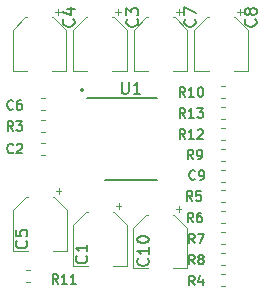
<source format=gto>
G04 #@! TF.GenerationSoftware,KiCad,Pcbnew,9.0.4*
G04 #@! TF.CreationDate,2025-11-10T08:14:31+01:00*
G04 #@! TF.ProjectId,CodecModule,436f6465-634d-46f6-9475-6c652e6b6963,rev?*
G04 #@! TF.SameCoordinates,Original*
G04 #@! TF.FileFunction,Legend,Top*
G04 #@! TF.FilePolarity,Positive*
%FSLAX46Y46*%
G04 Gerber Fmt 4.6, Leading zero omitted, Abs format (unit mm)*
G04 Created by KiCad (PCBNEW 9.0.4) date 2025-11-10 08:14:31*
%MOMM*%
%LPD*%
G01*
G04 APERTURE LIST*
%ADD10C,0.200000*%
%ADD11C,0.150000*%
%ADD12C,0.120000*%
G04 APERTURE END LIST*
D10*
X34163000Y-33147000D02*
G75*
G02*
X33909000Y-33147000I-127000J0D01*
G01*
X33909000Y-33147000D02*
G75*
G02*
X34163000Y-33147000I127000J0D01*
G01*
D11*
X28187667Y-36557295D02*
X27921000Y-36176342D01*
X27730524Y-36557295D02*
X27730524Y-35757295D01*
X27730524Y-35757295D02*
X28035286Y-35757295D01*
X28035286Y-35757295D02*
X28111476Y-35795390D01*
X28111476Y-35795390D02*
X28149571Y-35833485D01*
X28149571Y-35833485D02*
X28187667Y-35909676D01*
X28187667Y-35909676D02*
X28187667Y-36023961D01*
X28187667Y-36023961D02*
X28149571Y-36100152D01*
X28149571Y-36100152D02*
X28111476Y-36138247D01*
X28111476Y-36138247D02*
X28035286Y-36176342D01*
X28035286Y-36176342D02*
X27730524Y-36176342D01*
X28454333Y-35757295D02*
X28949571Y-35757295D01*
X28949571Y-35757295D02*
X28682905Y-36062057D01*
X28682905Y-36062057D02*
X28797190Y-36062057D01*
X28797190Y-36062057D02*
X28873381Y-36100152D01*
X28873381Y-36100152D02*
X28911476Y-36138247D01*
X28911476Y-36138247D02*
X28949571Y-36214438D01*
X28949571Y-36214438D02*
X28949571Y-36404914D01*
X28949571Y-36404914D02*
X28911476Y-36481104D01*
X28911476Y-36481104D02*
X28873381Y-36519200D01*
X28873381Y-36519200D02*
X28797190Y-36557295D01*
X28797190Y-36557295D02*
X28568619Y-36557295D01*
X28568619Y-36557295D02*
X28492428Y-36519200D01*
X28492428Y-36519200D02*
X28454333Y-36481104D01*
X28187667Y-38386104D02*
X28149571Y-38424200D01*
X28149571Y-38424200D02*
X28035286Y-38462295D01*
X28035286Y-38462295D02*
X27959095Y-38462295D01*
X27959095Y-38462295D02*
X27844809Y-38424200D01*
X27844809Y-38424200D02*
X27768619Y-38348009D01*
X27768619Y-38348009D02*
X27730524Y-38271819D01*
X27730524Y-38271819D02*
X27692428Y-38119438D01*
X27692428Y-38119438D02*
X27692428Y-38005152D01*
X27692428Y-38005152D02*
X27730524Y-37852771D01*
X27730524Y-37852771D02*
X27768619Y-37776580D01*
X27768619Y-37776580D02*
X27844809Y-37700390D01*
X27844809Y-37700390D02*
X27959095Y-37662295D01*
X27959095Y-37662295D02*
X28035286Y-37662295D01*
X28035286Y-37662295D02*
X28149571Y-37700390D01*
X28149571Y-37700390D02*
X28187667Y-37738485D01*
X28492428Y-37738485D02*
X28530524Y-37700390D01*
X28530524Y-37700390D02*
X28606714Y-37662295D01*
X28606714Y-37662295D02*
X28797190Y-37662295D01*
X28797190Y-37662295D02*
X28873381Y-37700390D01*
X28873381Y-37700390D02*
X28911476Y-37738485D01*
X28911476Y-37738485D02*
X28949571Y-37814676D01*
X28949571Y-37814676D02*
X28949571Y-37890866D01*
X28949571Y-37890866D02*
X28911476Y-38005152D01*
X28911476Y-38005152D02*
X28454333Y-38462295D01*
X28454333Y-38462295D02*
X28949571Y-38462295D01*
X34395580Y-47156666D02*
X34443200Y-47204285D01*
X34443200Y-47204285D02*
X34490819Y-47347142D01*
X34490819Y-47347142D02*
X34490819Y-47442380D01*
X34490819Y-47442380D02*
X34443200Y-47585237D01*
X34443200Y-47585237D02*
X34347961Y-47680475D01*
X34347961Y-47680475D02*
X34252723Y-47728094D01*
X34252723Y-47728094D02*
X34062247Y-47775713D01*
X34062247Y-47775713D02*
X33919390Y-47775713D01*
X33919390Y-47775713D02*
X33728914Y-47728094D01*
X33728914Y-47728094D02*
X33633676Y-47680475D01*
X33633676Y-47680475D02*
X33538438Y-47585237D01*
X33538438Y-47585237D02*
X33490819Y-47442380D01*
X33490819Y-47442380D02*
X33490819Y-47347142D01*
X33490819Y-47347142D02*
X33538438Y-47204285D01*
X33538438Y-47204285D02*
X33586057Y-47156666D01*
X34490819Y-46204285D02*
X34490819Y-46775713D01*
X34490819Y-46489999D02*
X33490819Y-46489999D01*
X33490819Y-46489999D02*
X33633676Y-46585237D01*
X33633676Y-46585237D02*
X33728914Y-46680475D01*
X33728914Y-46680475D02*
X33776533Y-46775713D01*
X37397095Y-32427819D02*
X37397095Y-33237342D01*
X37397095Y-33237342D02*
X37444714Y-33332580D01*
X37444714Y-33332580D02*
X37492333Y-33380200D01*
X37492333Y-33380200D02*
X37587571Y-33427819D01*
X37587571Y-33427819D02*
X37778047Y-33427819D01*
X37778047Y-33427819D02*
X37873285Y-33380200D01*
X37873285Y-33380200D02*
X37920904Y-33332580D01*
X37920904Y-33332580D02*
X37968523Y-33237342D01*
X37968523Y-33237342D02*
X37968523Y-32427819D01*
X38968523Y-33427819D02*
X38397095Y-33427819D01*
X38682809Y-33427819D02*
X38682809Y-32427819D01*
X38682809Y-32427819D02*
X38587571Y-32570676D01*
X38587571Y-32570676D02*
X38492333Y-32665914D01*
X38492333Y-32665914D02*
X38397095Y-32713533D01*
X39602580Y-47378857D02*
X39650200Y-47426476D01*
X39650200Y-47426476D02*
X39697819Y-47569333D01*
X39697819Y-47569333D02*
X39697819Y-47664571D01*
X39697819Y-47664571D02*
X39650200Y-47807428D01*
X39650200Y-47807428D02*
X39554961Y-47902666D01*
X39554961Y-47902666D02*
X39459723Y-47950285D01*
X39459723Y-47950285D02*
X39269247Y-47997904D01*
X39269247Y-47997904D02*
X39126390Y-47997904D01*
X39126390Y-47997904D02*
X38935914Y-47950285D01*
X38935914Y-47950285D02*
X38840676Y-47902666D01*
X38840676Y-47902666D02*
X38745438Y-47807428D01*
X38745438Y-47807428D02*
X38697819Y-47664571D01*
X38697819Y-47664571D02*
X38697819Y-47569333D01*
X38697819Y-47569333D02*
X38745438Y-47426476D01*
X38745438Y-47426476D02*
X38793057Y-47378857D01*
X39697819Y-46426476D02*
X39697819Y-46997904D01*
X39697819Y-46712190D02*
X38697819Y-46712190D01*
X38697819Y-46712190D02*
X38840676Y-46807428D01*
X38840676Y-46807428D02*
X38935914Y-46902666D01*
X38935914Y-46902666D02*
X38983533Y-46997904D01*
X38697819Y-45807428D02*
X38697819Y-45712190D01*
X38697819Y-45712190D02*
X38745438Y-45616952D01*
X38745438Y-45616952D02*
X38793057Y-45569333D01*
X38793057Y-45569333D02*
X38888295Y-45521714D01*
X38888295Y-45521714D02*
X39078771Y-45474095D01*
X39078771Y-45474095D02*
X39316866Y-45474095D01*
X39316866Y-45474095D02*
X39507342Y-45521714D01*
X39507342Y-45521714D02*
X39602580Y-45569333D01*
X39602580Y-45569333D02*
X39650200Y-45616952D01*
X39650200Y-45616952D02*
X39697819Y-45712190D01*
X39697819Y-45712190D02*
X39697819Y-45807428D01*
X39697819Y-45807428D02*
X39650200Y-45902666D01*
X39650200Y-45902666D02*
X39602580Y-45950285D01*
X39602580Y-45950285D02*
X39507342Y-45997904D01*
X39507342Y-45997904D02*
X39316866Y-46045523D01*
X39316866Y-46045523D02*
X39078771Y-46045523D01*
X39078771Y-46045523D02*
X38888295Y-45997904D01*
X38888295Y-45997904D02*
X38793057Y-45950285D01*
X38793057Y-45950285D02*
X38745438Y-45902666D01*
X38745438Y-45902666D02*
X38697819Y-45807428D01*
X28187667Y-34703104D02*
X28149571Y-34741200D01*
X28149571Y-34741200D02*
X28035286Y-34779295D01*
X28035286Y-34779295D02*
X27959095Y-34779295D01*
X27959095Y-34779295D02*
X27844809Y-34741200D01*
X27844809Y-34741200D02*
X27768619Y-34665009D01*
X27768619Y-34665009D02*
X27730524Y-34588819D01*
X27730524Y-34588819D02*
X27692428Y-34436438D01*
X27692428Y-34436438D02*
X27692428Y-34322152D01*
X27692428Y-34322152D02*
X27730524Y-34169771D01*
X27730524Y-34169771D02*
X27768619Y-34093580D01*
X27768619Y-34093580D02*
X27844809Y-34017390D01*
X27844809Y-34017390D02*
X27959095Y-33979295D01*
X27959095Y-33979295D02*
X28035286Y-33979295D01*
X28035286Y-33979295D02*
X28149571Y-34017390D01*
X28149571Y-34017390D02*
X28187667Y-34055485D01*
X28873381Y-33979295D02*
X28721000Y-33979295D01*
X28721000Y-33979295D02*
X28644809Y-34017390D01*
X28644809Y-34017390D02*
X28606714Y-34055485D01*
X28606714Y-34055485D02*
X28530524Y-34169771D01*
X28530524Y-34169771D02*
X28492428Y-34322152D01*
X28492428Y-34322152D02*
X28492428Y-34626914D01*
X28492428Y-34626914D02*
X28530524Y-34703104D01*
X28530524Y-34703104D02*
X28568619Y-34741200D01*
X28568619Y-34741200D02*
X28644809Y-34779295D01*
X28644809Y-34779295D02*
X28797190Y-34779295D01*
X28797190Y-34779295D02*
X28873381Y-34741200D01*
X28873381Y-34741200D02*
X28911476Y-34703104D01*
X28911476Y-34703104D02*
X28949571Y-34626914D01*
X28949571Y-34626914D02*
X28949571Y-34436438D01*
X28949571Y-34436438D02*
X28911476Y-34360247D01*
X28911476Y-34360247D02*
X28873381Y-34322152D01*
X28873381Y-34322152D02*
X28797190Y-34284057D01*
X28797190Y-34284057D02*
X28644809Y-34284057D01*
X28644809Y-34284057D02*
X28568619Y-34322152D01*
X28568619Y-34322152D02*
X28530524Y-34360247D01*
X28530524Y-34360247D02*
X28492428Y-34436438D01*
X29315580Y-45886666D02*
X29363200Y-45934285D01*
X29363200Y-45934285D02*
X29410819Y-46077142D01*
X29410819Y-46077142D02*
X29410819Y-46172380D01*
X29410819Y-46172380D02*
X29363200Y-46315237D01*
X29363200Y-46315237D02*
X29267961Y-46410475D01*
X29267961Y-46410475D02*
X29172723Y-46458094D01*
X29172723Y-46458094D02*
X28982247Y-46505713D01*
X28982247Y-46505713D02*
X28839390Y-46505713D01*
X28839390Y-46505713D02*
X28648914Y-46458094D01*
X28648914Y-46458094D02*
X28553676Y-46410475D01*
X28553676Y-46410475D02*
X28458438Y-46315237D01*
X28458438Y-46315237D02*
X28410819Y-46172380D01*
X28410819Y-46172380D02*
X28410819Y-46077142D01*
X28410819Y-46077142D02*
X28458438Y-45934285D01*
X28458438Y-45934285D02*
X28506057Y-45886666D01*
X28410819Y-44981904D02*
X28410819Y-45458094D01*
X28410819Y-45458094D02*
X28887009Y-45505713D01*
X28887009Y-45505713D02*
X28839390Y-45458094D01*
X28839390Y-45458094D02*
X28791771Y-45362856D01*
X28791771Y-45362856D02*
X28791771Y-45124761D01*
X28791771Y-45124761D02*
X28839390Y-45029523D01*
X28839390Y-45029523D02*
X28887009Y-44981904D01*
X28887009Y-44981904D02*
X28982247Y-44934285D01*
X28982247Y-44934285D02*
X29220342Y-44934285D01*
X29220342Y-44934285D02*
X29315580Y-44981904D01*
X29315580Y-44981904D02*
X29363200Y-45029523D01*
X29363200Y-45029523D02*
X29410819Y-45124761D01*
X29410819Y-45124761D02*
X29410819Y-45362856D01*
X29410819Y-45362856D02*
X29363200Y-45458094D01*
X29363200Y-45458094D02*
X29315580Y-45505713D01*
X31997714Y-49511295D02*
X31731047Y-49130342D01*
X31540571Y-49511295D02*
X31540571Y-48711295D01*
X31540571Y-48711295D02*
X31845333Y-48711295D01*
X31845333Y-48711295D02*
X31921523Y-48749390D01*
X31921523Y-48749390D02*
X31959618Y-48787485D01*
X31959618Y-48787485D02*
X31997714Y-48863676D01*
X31997714Y-48863676D02*
X31997714Y-48977961D01*
X31997714Y-48977961D02*
X31959618Y-49054152D01*
X31959618Y-49054152D02*
X31921523Y-49092247D01*
X31921523Y-49092247D02*
X31845333Y-49130342D01*
X31845333Y-49130342D02*
X31540571Y-49130342D01*
X32759618Y-49511295D02*
X32302475Y-49511295D01*
X32531047Y-49511295D02*
X32531047Y-48711295D01*
X32531047Y-48711295D02*
X32454856Y-48825580D01*
X32454856Y-48825580D02*
X32378666Y-48901771D01*
X32378666Y-48901771D02*
X32302475Y-48939866D01*
X33521523Y-49511295D02*
X33064380Y-49511295D01*
X33292952Y-49511295D02*
X33292952Y-48711295D01*
X33292952Y-48711295D02*
X33216761Y-48825580D01*
X33216761Y-48825580D02*
X33140571Y-48901771D01*
X33140571Y-48901771D02*
X33064380Y-48939866D01*
X43377667Y-42471295D02*
X43111000Y-42090342D01*
X42920524Y-42471295D02*
X42920524Y-41671295D01*
X42920524Y-41671295D02*
X43225286Y-41671295D01*
X43225286Y-41671295D02*
X43301476Y-41709390D01*
X43301476Y-41709390D02*
X43339571Y-41747485D01*
X43339571Y-41747485D02*
X43377667Y-41823676D01*
X43377667Y-41823676D02*
X43377667Y-41937961D01*
X43377667Y-41937961D02*
X43339571Y-42014152D01*
X43339571Y-42014152D02*
X43301476Y-42052247D01*
X43301476Y-42052247D02*
X43225286Y-42090342D01*
X43225286Y-42090342D02*
X42920524Y-42090342D01*
X44101476Y-41671295D02*
X43720524Y-41671295D01*
X43720524Y-41671295D02*
X43682428Y-42052247D01*
X43682428Y-42052247D02*
X43720524Y-42014152D01*
X43720524Y-42014152D02*
X43796714Y-41976057D01*
X43796714Y-41976057D02*
X43987190Y-41976057D01*
X43987190Y-41976057D02*
X44063381Y-42014152D01*
X44063381Y-42014152D02*
X44101476Y-42052247D01*
X44101476Y-42052247D02*
X44139571Y-42128438D01*
X44139571Y-42128438D02*
X44139571Y-42318914D01*
X44139571Y-42318914D02*
X44101476Y-42395104D01*
X44101476Y-42395104D02*
X44063381Y-42433200D01*
X44063381Y-42433200D02*
X43987190Y-42471295D01*
X43987190Y-42471295D02*
X43796714Y-42471295D01*
X43796714Y-42471295D02*
X43720524Y-42433200D01*
X43720524Y-42433200D02*
X43682428Y-42395104D01*
X43427667Y-44304295D02*
X43161000Y-43923342D01*
X42970524Y-44304295D02*
X42970524Y-43504295D01*
X42970524Y-43504295D02*
X43275286Y-43504295D01*
X43275286Y-43504295D02*
X43351476Y-43542390D01*
X43351476Y-43542390D02*
X43389571Y-43580485D01*
X43389571Y-43580485D02*
X43427667Y-43656676D01*
X43427667Y-43656676D02*
X43427667Y-43770961D01*
X43427667Y-43770961D02*
X43389571Y-43847152D01*
X43389571Y-43847152D02*
X43351476Y-43885247D01*
X43351476Y-43885247D02*
X43275286Y-43923342D01*
X43275286Y-43923342D02*
X42970524Y-43923342D01*
X44113381Y-43504295D02*
X43961000Y-43504295D01*
X43961000Y-43504295D02*
X43884809Y-43542390D01*
X43884809Y-43542390D02*
X43846714Y-43580485D01*
X43846714Y-43580485D02*
X43770524Y-43694771D01*
X43770524Y-43694771D02*
X43732428Y-43847152D01*
X43732428Y-43847152D02*
X43732428Y-44151914D01*
X43732428Y-44151914D02*
X43770524Y-44228104D01*
X43770524Y-44228104D02*
X43808619Y-44266200D01*
X43808619Y-44266200D02*
X43884809Y-44304295D01*
X43884809Y-44304295D02*
X44037190Y-44304295D01*
X44037190Y-44304295D02*
X44113381Y-44266200D01*
X44113381Y-44266200D02*
X44151476Y-44228104D01*
X44151476Y-44228104D02*
X44189571Y-44151914D01*
X44189571Y-44151914D02*
X44189571Y-43961438D01*
X44189571Y-43961438D02*
X44151476Y-43885247D01*
X44151476Y-43885247D02*
X44113381Y-43847152D01*
X44113381Y-43847152D02*
X44037190Y-43809057D01*
X44037190Y-43809057D02*
X43884809Y-43809057D01*
X43884809Y-43809057D02*
X43808619Y-43847152D01*
X43808619Y-43847152D02*
X43770524Y-43885247D01*
X43770524Y-43885247D02*
X43732428Y-43961438D01*
X43554667Y-46082295D02*
X43288000Y-45701342D01*
X43097524Y-46082295D02*
X43097524Y-45282295D01*
X43097524Y-45282295D02*
X43402286Y-45282295D01*
X43402286Y-45282295D02*
X43478476Y-45320390D01*
X43478476Y-45320390D02*
X43516571Y-45358485D01*
X43516571Y-45358485D02*
X43554667Y-45434676D01*
X43554667Y-45434676D02*
X43554667Y-45548961D01*
X43554667Y-45548961D02*
X43516571Y-45625152D01*
X43516571Y-45625152D02*
X43478476Y-45663247D01*
X43478476Y-45663247D02*
X43402286Y-45701342D01*
X43402286Y-45701342D02*
X43097524Y-45701342D01*
X43821333Y-45282295D02*
X44354667Y-45282295D01*
X44354667Y-45282295D02*
X44011809Y-46082295D01*
X43554667Y-47860295D02*
X43288000Y-47479342D01*
X43097524Y-47860295D02*
X43097524Y-47060295D01*
X43097524Y-47060295D02*
X43402286Y-47060295D01*
X43402286Y-47060295D02*
X43478476Y-47098390D01*
X43478476Y-47098390D02*
X43516571Y-47136485D01*
X43516571Y-47136485D02*
X43554667Y-47212676D01*
X43554667Y-47212676D02*
X43554667Y-47326961D01*
X43554667Y-47326961D02*
X43516571Y-47403152D01*
X43516571Y-47403152D02*
X43478476Y-47441247D01*
X43478476Y-47441247D02*
X43402286Y-47479342D01*
X43402286Y-47479342D02*
X43097524Y-47479342D01*
X44011809Y-47403152D02*
X43935619Y-47365057D01*
X43935619Y-47365057D02*
X43897524Y-47326961D01*
X43897524Y-47326961D02*
X43859428Y-47250771D01*
X43859428Y-47250771D02*
X43859428Y-47212676D01*
X43859428Y-47212676D02*
X43897524Y-47136485D01*
X43897524Y-47136485D02*
X43935619Y-47098390D01*
X43935619Y-47098390D02*
X44011809Y-47060295D01*
X44011809Y-47060295D02*
X44164190Y-47060295D01*
X44164190Y-47060295D02*
X44240381Y-47098390D01*
X44240381Y-47098390D02*
X44278476Y-47136485D01*
X44278476Y-47136485D02*
X44316571Y-47212676D01*
X44316571Y-47212676D02*
X44316571Y-47250771D01*
X44316571Y-47250771D02*
X44278476Y-47326961D01*
X44278476Y-47326961D02*
X44240381Y-47365057D01*
X44240381Y-47365057D02*
X44164190Y-47403152D01*
X44164190Y-47403152D02*
X44011809Y-47403152D01*
X44011809Y-47403152D02*
X43935619Y-47441247D01*
X43935619Y-47441247D02*
X43897524Y-47479342D01*
X43897524Y-47479342D02*
X43859428Y-47555533D01*
X43859428Y-47555533D02*
X43859428Y-47707914D01*
X43859428Y-47707914D02*
X43897524Y-47784104D01*
X43897524Y-47784104D02*
X43935619Y-47822200D01*
X43935619Y-47822200D02*
X44011809Y-47860295D01*
X44011809Y-47860295D02*
X44164190Y-47860295D01*
X44164190Y-47860295D02*
X44240381Y-47822200D01*
X44240381Y-47822200D02*
X44278476Y-47784104D01*
X44278476Y-47784104D02*
X44316571Y-47707914D01*
X44316571Y-47707914D02*
X44316571Y-47555533D01*
X44316571Y-47555533D02*
X44278476Y-47479342D01*
X44278476Y-47479342D02*
X44240381Y-47441247D01*
X44240381Y-47441247D02*
X44164190Y-47403152D01*
X43554667Y-49638295D02*
X43288000Y-49257342D01*
X43097524Y-49638295D02*
X43097524Y-48838295D01*
X43097524Y-48838295D02*
X43402286Y-48838295D01*
X43402286Y-48838295D02*
X43478476Y-48876390D01*
X43478476Y-48876390D02*
X43516571Y-48914485D01*
X43516571Y-48914485D02*
X43554667Y-48990676D01*
X43554667Y-48990676D02*
X43554667Y-49104961D01*
X43554667Y-49104961D02*
X43516571Y-49181152D01*
X43516571Y-49181152D02*
X43478476Y-49219247D01*
X43478476Y-49219247D02*
X43402286Y-49257342D01*
X43402286Y-49257342D02*
X43097524Y-49257342D01*
X44240381Y-49104961D02*
X44240381Y-49638295D01*
X44049905Y-48800200D02*
X43859428Y-49371628D01*
X43859428Y-49371628D02*
X44354667Y-49371628D01*
X43427667Y-38970295D02*
X43161000Y-38589342D01*
X42970524Y-38970295D02*
X42970524Y-38170295D01*
X42970524Y-38170295D02*
X43275286Y-38170295D01*
X43275286Y-38170295D02*
X43351476Y-38208390D01*
X43351476Y-38208390D02*
X43389571Y-38246485D01*
X43389571Y-38246485D02*
X43427667Y-38322676D01*
X43427667Y-38322676D02*
X43427667Y-38436961D01*
X43427667Y-38436961D02*
X43389571Y-38513152D01*
X43389571Y-38513152D02*
X43351476Y-38551247D01*
X43351476Y-38551247D02*
X43275286Y-38589342D01*
X43275286Y-38589342D02*
X42970524Y-38589342D01*
X43808619Y-38970295D02*
X43961000Y-38970295D01*
X43961000Y-38970295D02*
X44037190Y-38932200D01*
X44037190Y-38932200D02*
X44075286Y-38894104D01*
X44075286Y-38894104D02*
X44151476Y-38779819D01*
X44151476Y-38779819D02*
X44189571Y-38627438D01*
X44189571Y-38627438D02*
X44189571Y-38322676D01*
X44189571Y-38322676D02*
X44151476Y-38246485D01*
X44151476Y-38246485D02*
X44113381Y-38208390D01*
X44113381Y-38208390D02*
X44037190Y-38170295D01*
X44037190Y-38170295D02*
X43884809Y-38170295D01*
X43884809Y-38170295D02*
X43808619Y-38208390D01*
X43808619Y-38208390D02*
X43770524Y-38246485D01*
X43770524Y-38246485D02*
X43732428Y-38322676D01*
X43732428Y-38322676D02*
X43732428Y-38513152D01*
X43732428Y-38513152D02*
X43770524Y-38589342D01*
X43770524Y-38589342D02*
X43808619Y-38627438D01*
X43808619Y-38627438D02*
X43884809Y-38665533D01*
X43884809Y-38665533D02*
X44037190Y-38665533D01*
X44037190Y-38665533D02*
X44113381Y-38627438D01*
X44113381Y-38627438D02*
X44151476Y-38589342D01*
X44151476Y-38589342D02*
X44189571Y-38513152D01*
X42753714Y-37228295D02*
X42487047Y-36847342D01*
X42296571Y-37228295D02*
X42296571Y-36428295D01*
X42296571Y-36428295D02*
X42601333Y-36428295D01*
X42601333Y-36428295D02*
X42677523Y-36466390D01*
X42677523Y-36466390D02*
X42715618Y-36504485D01*
X42715618Y-36504485D02*
X42753714Y-36580676D01*
X42753714Y-36580676D02*
X42753714Y-36694961D01*
X42753714Y-36694961D02*
X42715618Y-36771152D01*
X42715618Y-36771152D02*
X42677523Y-36809247D01*
X42677523Y-36809247D02*
X42601333Y-36847342D01*
X42601333Y-36847342D02*
X42296571Y-36847342D01*
X43515618Y-37228295D02*
X43058475Y-37228295D01*
X43287047Y-37228295D02*
X43287047Y-36428295D01*
X43287047Y-36428295D02*
X43210856Y-36542580D01*
X43210856Y-36542580D02*
X43134666Y-36618771D01*
X43134666Y-36618771D02*
X43058475Y-36656866D01*
X43820380Y-36504485D02*
X43858476Y-36466390D01*
X43858476Y-36466390D02*
X43934666Y-36428295D01*
X43934666Y-36428295D02*
X44125142Y-36428295D01*
X44125142Y-36428295D02*
X44201333Y-36466390D01*
X44201333Y-36466390D02*
X44239428Y-36504485D01*
X44239428Y-36504485D02*
X44277523Y-36580676D01*
X44277523Y-36580676D02*
X44277523Y-36656866D01*
X44277523Y-36656866D02*
X44239428Y-36771152D01*
X44239428Y-36771152D02*
X43782285Y-37228295D01*
X43782285Y-37228295D02*
X44277523Y-37228295D01*
X42753714Y-35450295D02*
X42487047Y-35069342D01*
X42296571Y-35450295D02*
X42296571Y-34650295D01*
X42296571Y-34650295D02*
X42601333Y-34650295D01*
X42601333Y-34650295D02*
X42677523Y-34688390D01*
X42677523Y-34688390D02*
X42715618Y-34726485D01*
X42715618Y-34726485D02*
X42753714Y-34802676D01*
X42753714Y-34802676D02*
X42753714Y-34916961D01*
X42753714Y-34916961D02*
X42715618Y-34993152D01*
X42715618Y-34993152D02*
X42677523Y-35031247D01*
X42677523Y-35031247D02*
X42601333Y-35069342D01*
X42601333Y-35069342D02*
X42296571Y-35069342D01*
X43515618Y-35450295D02*
X43058475Y-35450295D01*
X43287047Y-35450295D02*
X43287047Y-34650295D01*
X43287047Y-34650295D02*
X43210856Y-34764580D01*
X43210856Y-34764580D02*
X43134666Y-34840771D01*
X43134666Y-34840771D02*
X43058475Y-34878866D01*
X43782285Y-34650295D02*
X44277523Y-34650295D01*
X44277523Y-34650295D02*
X44010857Y-34955057D01*
X44010857Y-34955057D02*
X44125142Y-34955057D01*
X44125142Y-34955057D02*
X44201333Y-34993152D01*
X44201333Y-34993152D02*
X44239428Y-35031247D01*
X44239428Y-35031247D02*
X44277523Y-35107438D01*
X44277523Y-35107438D02*
X44277523Y-35297914D01*
X44277523Y-35297914D02*
X44239428Y-35374104D01*
X44239428Y-35374104D02*
X44201333Y-35412200D01*
X44201333Y-35412200D02*
X44125142Y-35450295D01*
X44125142Y-35450295D02*
X43896571Y-35450295D01*
X43896571Y-35450295D02*
X43820380Y-35412200D01*
X43820380Y-35412200D02*
X43782285Y-35374104D01*
X42753714Y-33672295D02*
X42487047Y-33291342D01*
X42296571Y-33672295D02*
X42296571Y-32872295D01*
X42296571Y-32872295D02*
X42601333Y-32872295D01*
X42601333Y-32872295D02*
X42677523Y-32910390D01*
X42677523Y-32910390D02*
X42715618Y-32948485D01*
X42715618Y-32948485D02*
X42753714Y-33024676D01*
X42753714Y-33024676D02*
X42753714Y-33138961D01*
X42753714Y-33138961D02*
X42715618Y-33215152D01*
X42715618Y-33215152D02*
X42677523Y-33253247D01*
X42677523Y-33253247D02*
X42601333Y-33291342D01*
X42601333Y-33291342D02*
X42296571Y-33291342D01*
X43515618Y-33672295D02*
X43058475Y-33672295D01*
X43287047Y-33672295D02*
X43287047Y-32872295D01*
X43287047Y-32872295D02*
X43210856Y-32986580D01*
X43210856Y-32986580D02*
X43134666Y-33062771D01*
X43134666Y-33062771D02*
X43058475Y-33100866D01*
X44010857Y-32872295D02*
X44087047Y-32872295D01*
X44087047Y-32872295D02*
X44163238Y-32910390D01*
X44163238Y-32910390D02*
X44201333Y-32948485D01*
X44201333Y-32948485D02*
X44239428Y-33024676D01*
X44239428Y-33024676D02*
X44277523Y-33177057D01*
X44277523Y-33177057D02*
X44277523Y-33367533D01*
X44277523Y-33367533D02*
X44239428Y-33519914D01*
X44239428Y-33519914D02*
X44201333Y-33596104D01*
X44201333Y-33596104D02*
X44163238Y-33634200D01*
X44163238Y-33634200D02*
X44087047Y-33672295D01*
X44087047Y-33672295D02*
X44010857Y-33672295D01*
X44010857Y-33672295D02*
X43934666Y-33634200D01*
X43934666Y-33634200D02*
X43896571Y-33596104D01*
X43896571Y-33596104D02*
X43858476Y-33519914D01*
X43858476Y-33519914D02*
X43820380Y-33367533D01*
X43820380Y-33367533D02*
X43820380Y-33177057D01*
X43820380Y-33177057D02*
X43858476Y-33024676D01*
X43858476Y-33024676D02*
X43896571Y-32948485D01*
X43896571Y-32948485D02*
X43934666Y-32910390D01*
X43934666Y-32910390D02*
X44010857Y-32872295D01*
X43572912Y-27126666D02*
X43620532Y-27174285D01*
X43620532Y-27174285D02*
X43668151Y-27317142D01*
X43668151Y-27317142D02*
X43668151Y-27412380D01*
X43668151Y-27412380D02*
X43620532Y-27555237D01*
X43620532Y-27555237D02*
X43525293Y-27650475D01*
X43525293Y-27650475D02*
X43430055Y-27698094D01*
X43430055Y-27698094D02*
X43239579Y-27745713D01*
X43239579Y-27745713D02*
X43096722Y-27745713D01*
X43096722Y-27745713D02*
X42906246Y-27698094D01*
X42906246Y-27698094D02*
X42811008Y-27650475D01*
X42811008Y-27650475D02*
X42715770Y-27555237D01*
X42715770Y-27555237D02*
X42668151Y-27412380D01*
X42668151Y-27412380D02*
X42668151Y-27317142D01*
X42668151Y-27317142D02*
X42715770Y-27174285D01*
X42715770Y-27174285D02*
X42763389Y-27126666D01*
X42668151Y-26793332D02*
X42668151Y-26126666D01*
X42668151Y-26126666D02*
X43668151Y-26555237D01*
X48707580Y-27126666D02*
X48755200Y-27174285D01*
X48755200Y-27174285D02*
X48802819Y-27317142D01*
X48802819Y-27317142D02*
X48802819Y-27412380D01*
X48802819Y-27412380D02*
X48755200Y-27555237D01*
X48755200Y-27555237D02*
X48659961Y-27650475D01*
X48659961Y-27650475D02*
X48564723Y-27698094D01*
X48564723Y-27698094D02*
X48374247Y-27745713D01*
X48374247Y-27745713D02*
X48231390Y-27745713D01*
X48231390Y-27745713D02*
X48040914Y-27698094D01*
X48040914Y-27698094D02*
X47945676Y-27650475D01*
X47945676Y-27650475D02*
X47850438Y-27555237D01*
X47850438Y-27555237D02*
X47802819Y-27412380D01*
X47802819Y-27412380D02*
X47802819Y-27317142D01*
X47802819Y-27317142D02*
X47850438Y-27174285D01*
X47850438Y-27174285D02*
X47898057Y-27126666D01*
X48231390Y-26555237D02*
X48183771Y-26650475D01*
X48183771Y-26650475D02*
X48136152Y-26698094D01*
X48136152Y-26698094D02*
X48040914Y-26745713D01*
X48040914Y-26745713D02*
X47993295Y-26745713D01*
X47993295Y-26745713D02*
X47898057Y-26698094D01*
X47898057Y-26698094D02*
X47850438Y-26650475D01*
X47850438Y-26650475D02*
X47802819Y-26555237D01*
X47802819Y-26555237D02*
X47802819Y-26364761D01*
X47802819Y-26364761D02*
X47850438Y-26269523D01*
X47850438Y-26269523D02*
X47898057Y-26221904D01*
X47898057Y-26221904D02*
X47993295Y-26174285D01*
X47993295Y-26174285D02*
X48040914Y-26174285D01*
X48040914Y-26174285D02*
X48136152Y-26221904D01*
X48136152Y-26221904D02*
X48183771Y-26269523D01*
X48183771Y-26269523D02*
X48231390Y-26364761D01*
X48231390Y-26364761D02*
X48231390Y-26555237D01*
X48231390Y-26555237D02*
X48279009Y-26650475D01*
X48279009Y-26650475D02*
X48326628Y-26698094D01*
X48326628Y-26698094D02*
X48421866Y-26745713D01*
X48421866Y-26745713D02*
X48612342Y-26745713D01*
X48612342Y-26745713D02*
X48707580Y-26698094D01*
X48707580Y-26698094D02*
X48755200Y-26650475D01*
X48755200Y-26650475D02*
X48802819Y-26555237D01*
X48802819Y-26555237D02*
X48802819Y-26364761D01*
X48802819Y-26364761D02*
X48755200Y-26269523D01*
X48755200Y-26269523D02*
X48707580Y-26221904D01*
X48707580Y-26221904D02*
X48612342Y-26174285D01*
X48612342Y-26174285D02*
X48421866Y-26174285D01*
X48421866Y-26174285D02*
X48326628Y-26221904D01*
X48326628Y-26221904D02*
X48279009Y-26269523D01*
X48279009Y-26269523D02*
X48231390Y-26364761D01*
X33303580Y-27126666D02*
X33351200Y-27174285D01*
X33351200Y-27174285D02*
X33398819Y-27317142D01*
X33398819Y-27317142D02*
X33398819Y-27412380D01*
X33398819Y-27412380D02*
X33351200Y-27555237D01*
X33351200Y-27555237D02*
X33255961Y-27650475D01*
X33255961Y-27650475D02*
X33160723Y-27698094D01*
X33160723Y-27698094D02*
X32970247Y-27745713D01*
X32970247Y-27745713D02*
X32827390Y-27745713D01*
X32827390Y-27745713D02*
X32636914Y-27698094D01*
X32636914Y-27698094D02*
X32541676Y-27650475D01*
X32541676Y-27650475D02*
X32446438Y-27555237D01*
X32446438Y-27555237D02*
X32398819Y-27412380D01*
X32398819Y-27412380D02*
X32398819Y-27317142D01*
X32398819Y-27317142D02*
X32446438Y-27174285D01*
X32446438Y-27174285D02*
X32494057Y-27126666D01*
X32732152Y-26269523D02*
X33398819Y-26269523D01*
X32351200Y-26507618D02*
X33065485Y-26745713D01*
X33065485Y-26745713D02*
X33065485Y-26126666D01*
X38692246Y-27126666D02*
X38739866Y-27174285D01*
X38739866Y-27174285D02*
X38787485Y-27317142D01*
X38787485Y-27317142D02*
X38787485Y-27412380D01*
X38787485Y-27412380D02*
X38739866Y-27555237D01*
X38739866Y-27555237D02*
X38644627Y-27650475D01*
X38644627Y-27650475D02*
X38549389Y-27698094D01*
X38549389Y-27698094D02*
X38358913Y-27745713D01*
X38358913Y-27745713D02*
X38216056Y-27745713D01*
X38216056Y-27745713D02*
X38025580Y-27698094D01*
X38025580Y-27698094D02*
X37930342Y-27650475D01*
X37930342Y-27650475D02*
X37835104Y-27555237D01*
X37835104Y-27555237D02*
X37787485Y-27412380D01*
X37787485Y-27412380D02*
X37787485Y-27317142D01*
X37787485Y-27317142D02*
X37835104Y-27174285D01*
X37835104Y-27174285D02*
X37882723Y-27126666D01*
X37787485Y-26793332D02*
X37787485Y-26174285D01*
X37787485Y-26174285D02*
X38168437Y-26507618D01*
X38168437Y-26507618D02*
X38168437Y-26364761D01*
X38168437Y-26364761D02*
X38216056Y-26269523D01*
X38216056Y-26269523D02*
X38263675Y-26221904D01*
X38263675Y-26221904D02*
X38358913Y-26174285D01*
X38358913Y-26174285D02*
X38597008Y-26174285D01*
X38597008Y-26174285D02*
X38692246Y-26221904D01*
X38692246Y-26221904D02*
X38739866Y-26269523D01*
X38739866Y-26269523D02*
X38787485Y-26364761D01*
X38787485Y-26364761D02*
X38787485Y-26650475D01*
X38787485Y-26650475D02*
X38739866Y-26745713D01*
X38739866Y-26745713D02*
X38692246Y-26793332D01*
X43602667Y-40636104D02*
X43564571Y-40674200D01*
X43564571Y-40674200D02*
X43450286Y-40712295D01*
X43450286Y-40712295D02*
X43374095Y-40712295D01*
X43374095Y-40712295D02*
X43259809Y-40674200D01*
X43259809Y-40674200D02*
X43183619Y-40598009D01*
X43183619Y-40598009D02*
X43145524Y-40521819D01*
X43145524Y-40521819D02*
X43107428Y-40369438D01*
X43107428Y-40369438D02*
X43107428Y-40255152D01*
X43107428Y-40255152D02*
X43145524Y-40102771D01*
X43145524Y-40102771D02*
X43183619Y-40026580D01*
X43183619Y-40026580D02*
X43259809Y-39950390D01*
X43259809Y-39950390D02*
X43374095Y-39912295D01*
X43374095Y-39912295D02*
X43450286Y-39912295D01*
X43450286Y-39912295D02*
X43564571Y-39950390D01*
X43564571Y-39950390D02*
X43602667Y-39988485D01*
X43983619Y-40712295D02*
X44136000Y-40712295D01*
X44136000Y-40712295D02*
X44212190Y-40674200D01*
X44212190Y-40674200D02*
X44250286Y-40636104D01*
X44250286Y-40636104D02*
X44326476Y-40521819D01*
X44326476Y-40521819D02*
X44364571Y-40369438D01*
X44364571Y-40369438D02*
X44364571Y-40064676D01*
X44364571Y-40064676D02*
X44326476Y-39988485D01*
X44326476Y-39988485D02*
X44288381Y-39950390D01*
X44288381Y-39950390D02*
X44212190Y-39912295D01*
X44212190Y-39912295D02*
X44059809Y-39912295D01*
X44059809Y-39912295D02*
X43983619Y-39950390D01*
X43983619Y-39950390D02*
X43945524Y-39988485D01*
X43945524Y-39988485D02*
X43907428Y-40064676D01*
X43907428Y-40064676D02*
X43907428Y-40255152D01*
X43907428Y-40255152D02*
X43945524Y-40331342D01*
X43945524Y-40331342D02*
X43983619Y-40369438D01*
X43983619Y-40369438D02*
X44059809Y-40407533D01*
X44059809Y-40407533D02*
X44212190Y-40407533D01*
X44212190Y-40407533D02*
X44288381Y-40369438D01*
X44288381Y-40369438D02*
X44326476Y-40331342D01*
X44326476Y-40331342D02*
X44364571Y-40255152D01*
D12*
X30891267Y-35685000D02*
X30548733Y-35685000D01*
X30891267Y-36705000D02*
X30548733Y-36705000D01*
X30891267Y-37590000D02*
X30548733Y-37590000D01*
X30891267Y-38610000D02*
X30548733Y-38610000D01*
X33300000Y-44524437D02*
X33300000Y-47980000D01*
X33300000Y-47980000D02*
X34500000Y-47980000D01*
X34364437Y-43460000D02*
X33300000Y-44524437D01*
X34364437Y-43460000D02*
X34500000Y-43460000D01*
X36755563Y-43460000D02*
X36620000Y-43460000D01*
X36755563Y-43460000D02*
X37820000Y-44524437D01*
X37120000Y-42720000D02*
X37120000Y-43220000D01*
X37370000Y-42970000D02*
X36870000Y-42970000D01*
X37820000Y-44524437D02*
X37820000Y-47980000D01*
X37820000Y-47980000D02*
X36620000Y-47980000D01*
D11*
X34409000Y-33823000D02*
X40384000Y-33823000D01*
X35934000Y-40723000D02*
X40384000Y-40723000D01*
D12*
X38380000Y-44756437D02*
X38380000Y-48212000D01*
X38380000Y-48212000D02*
X39580000Y-48212000D01*
X39444437Y-43692000D02*
X38380000Y-44756437D01*
X39444437Y-43692000D02*
X39580000Y-43692000D01*
X41835563Y-43692000D02*
X41700000Y-43692000D01*
X41835563Y-43692000D02*
X42900000Y-44756437D01*
X42200000Y-42952000D02*
X42200000Y-43452000D01*
X42450000Y-43202000D02*
X41950000Y-43202000D01*
X42900000Y-44756437D02*
X42900000Y-48212000D01*
X42900000Y-48212000D02*
X41700000Y-48212000D01*
X30891267Y-33780000D02*
X30548733Y-33780000D01*
X30891267Y-34800000D02*
X30548733Y-34800000D01*
X28220000Y-43254437D02*
X28220000Y-46710000D01*
X28220000Y-46710000D02*
X29420000Y-46710000D01*
X29284437Y-42190000D02*
X28220000Y-43254437D01*
X29284437Y-42190000D02*
X29420000Y-42190000D01*
X31675563Y-42190000D02*
X31540000Y-42190000D01*
X31675563Y-42190000D02*
X32740000Y-43254437D01*
X32040000Y-41450000D02*
X32040000Y-41950000D01*
X32290000Y-41700000D02*
X31790000Y-41700000D01*
X32740000Y-43254437D02*
X32740000Y-46710000D01*
X32740000Y-46710000D02*
X31540000Y-46710000D01*
X29649267Y-48385000D02*
X29306733Y-48385000D01*
X29649267Y-49405000D02*
X29306733Y-49405000D01*
X46109267Y-41599000D02*
X45766733Y-41599000D01*
X46109267Y-42619000D02*
X45766733Y-42619000D01*
X46109267Y-43377000D02*
X45766733Y-43377000D01*
X46109267Y-44397000D02*
X45766733Y-44397000D01*
X46109267Y-45155000D02*
X45766733Y-45155000D01*
X46109267Y-46175000D02*
X45766733Y-46175000D01*
X46109267Y-46933000D02*
X45766733Y-46933000D01*
X46109267Y-47953000D02*
X45766733Y-47953000D01*
X45766733Y-48711000D02*
X46109267Y-48711000D01*
X45766733Y-49731000D02*
X46109267Y-49731000D01*
X46120267Y-38134000D02*
X45777733Y-38134000D01*
X46120267Y-39154000D02*
X45777733Y-39154000D01*
X46120267Y-36356000D02*
X45777733Y-36356000D01*
X46120267Y-37376000D02*
X45777733Y-37376000D01*
X46120267Y-34578000D02*
X45777733Y-34578000D01*
X46120267Y-35598000D02*
X45777733Y-35598000D01*
X46120267Y-32800000D02*
X45777733Y-32800000D01*
X46120267Y-33820000D02*
X45777733Y-33820000D01*
X38413332Y-28028437D02*
X38413332Y-31484000D01*
X38413332Y-31484000D02*
X39613332Y-31484000D01*
X39477769Y-26964000D02*
X38413332Y-28028437D01*
X39477769Y-26964000D02*
X39613332Y-26964000D01*
X41868895Y-26964000D02*
X41733332Y-26964000D01*
X41868895Y-26964000D02*
X42933332Y-28028437D01*
X42233332Y-26224000D02*
X42233332Y-26724000D01*
X42483332Y-26474000D02*
X41983332Y-26474000D01*
X42933332Y-28028437D02*
X42933332Y-31484000D01*
X42933332Y-31484000D02*
X41733332Y-31484000D01*
X43548000Y-28028437D02*
X43548000Y-31484000D01*
X43548000Y-31484000D02*
X44748000Y-31484000D01*
X44612437Y-26964000D02*
X43548000Y-28028437D01*
X44612437Y-26964000D02*
X44748000Y-26964000D01*
X47003563Y-26964000D02*
X46868000Y-26964000D01*
X47003563Y-26964000D02*
X48068000Y-28028437D01*
X47368000Y-26224000D02*
X47368000Y-26724000D01*
X47618000Y-26474000D02*
X47118000Y-26474000D01*
X48068000Y-28028437D02*
X48068000Y-31484000D01*
X48068000Y-31484000D02*
X46868000Y-31484000D01*
X28144000Y-28028437D02*
X28144000Y-31484000D01*
X28144000Y-31484000D02*
X29344000Y-31484000D01*
X29208437Y-26964000D02*
X28144000Y-28028437D01*
X29208437Y-26964000D02*
X29344000Y-26964000D01*
X31599563Y-26964000D02*
X31464000Y-26964000D01*
X31599563Y-26964000D02*
X32664000Y-28028437D01*
X31964000Y-26224000D02*
X31964000Y-26724000D01*
X32214000Y-26474000D02*
X31714000Y-26474000D01*
X32664000Y-28028437D02*
X32664000Y-31484000D01*
X32664000Y-31484000D02*
X31464000Y-31484000D01*
X33278666Y-28028437D02*
X33278666Y-31484000D01*
X33278666Y-31484000D02*
X34478666Y-31484000D01*
X34343103Y-26964000D02*
X33278666Y-28028437D01*
X34343103Y-26964000D02*
X34478666Y-26964000D01*
X36734229Y-26964000D02*
X36598666Y-26964000D01*
X36734229Y-26964000D02*
X37798666Y-28028437D01*
X37098666Y-26224000D02*
X37098666Y-26724000D01*
X37348666Y-26474000D02*
X36848666Y-26474000D01*
X37798666Y-28028437D02*
X37798666Y-31484000D01*
X37798666Y-31484000D02*
X36598666Y-31484000D01*
X45777733Y-39876000D02*
X46120267Y-39876000D01*
X45777733Y-40896000D02*
X46120267Y-40896000D01*
M02*

</source>
